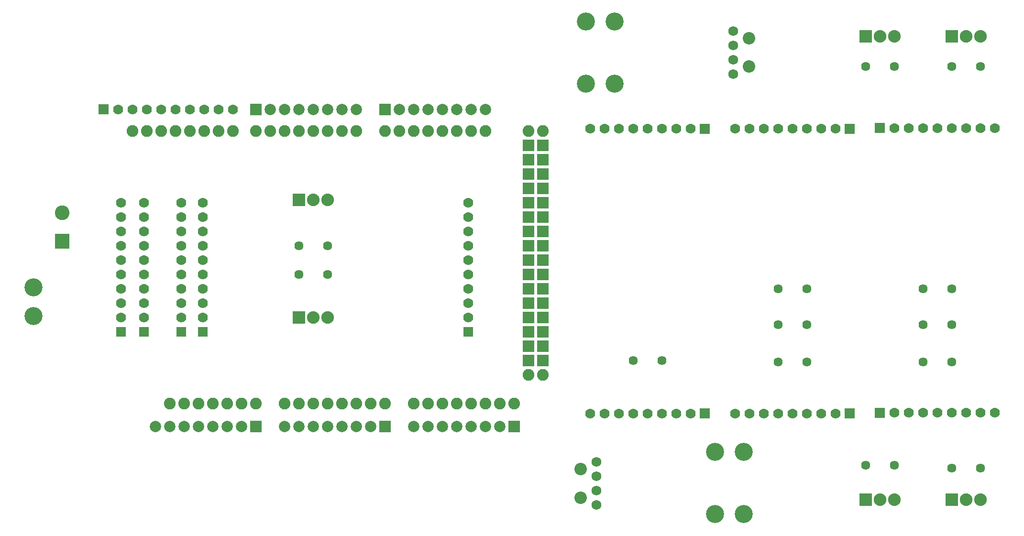
<source format=gbs>
G04 Layer: BottomSolderMaskLayer*
G04 EasyEDA v6.4.17, 2021-03-17T11:39:49--3:00*
G04 0ec266cd3479489882c0241a24e145c1,59636247558045d2802cba280e4ac9d9,10*
G04 Gerber Generator version 0.2*
G04 Scale: 100 percent, Rotated: No, Reflected: No *
G04 Dimensions in inches *
G04 leading zeros omitted , absolute positions ,3 integer and 6 decimal *
%FSLAX36Y36*%
%MOIN*%

%ADD26C,0.0700*%
%ADD33C,0.0680*%
%ADD34C,0.0867*%
%ADD35C,0.1261*%
%ADD36C,0.0820*%
%ADD38R,0.0700X0.0700*%
%ADD40C,0.0789*%
%ADD41C,0.0637*%
%ADD43C,0.0880*%
%ADD45C,0.1025*%

%LPD*%
D33*
G01*
X4003230Y-2655749D03*
G01*
X4003230Y-2555749D03*
G01*
X4003230Y-2455749D03*
G01*
X4003230Y-2355749D03*
D34*
G01*
X3892990Y-2605749D03*
G01*
X3892990Y-2408899D03*
D35*
G01*
X5030000Y-2288820D03*
G01*
X4830000Y-2288820D03*
G01*
X4830789Y-2721889D03*
G01*
X5030789Y-2721889D03*
D33*
G01*
X4956769Y645749D03*
G01*
X4956769Y545749D03*
G01*
X4956769Y445749D03*
G01*
X4956769Y345749D03*
D34*
G01*
X5067010Y595749D03*
G01*
X5067010Y398899D03*
D35*
G01*
X3930000Y278820D03*
G01*
X4130000Y278820D03*
G01*
X4129210Y711889D03*
G01*
X3929210Y711889D03*
D36*
G01*
X1630039Y-1950000D03*
G01*
X1530039Y-1950000D03*
G01*
X1430039Y-1950000D03*
G01*
X1330039Y-1950000D03*
G01*
X1230039Y-1950000D03*
G01*
X1130039Y-1950000D03*
G01*
X3630039Y-50000D03*
G01*
X3530039Y-50000D03*
G01*
X3630039Y-1750000D03*
G01*
X3530039Y-1750000D03*
G36*
X3488999Y-990999D02*
G01*
X3488999Y-909000D01*
X3571000Y-909000D01*
X3571000Y-990999D01*
G37*
G36*
X3588999Y-990999D02*
G01*
X3588999Y-909000D01*
X3671000Y-909000D01*
X3671000Y-990999D01*
G37*
G36*
X3488999Y-1090999D02*
G01*
X3488999Y-1009000D01*
X3571000Y-1009000D01*
X3571000Y-1090999D01*
G37*
G36*
X3588999Y-1090999D02*
G01*
X3588999Y-1009000D01*
X3671000Y-1009000D01*
X3671000Y-1090999D01*
G37*
G36*
X3488999Y-1190999D02*
G01*
X3488999Y-1109000D01*
X3571000Y-1109000D01*
X3571000Y-1190999D01*
G37*
G36*
X3588999Y-1190999D02*
G01*
X3588999Y-1109000D01*
X3671000Y-1109000D01*
X3671000Y-1190999D01*
G37*
G36*
X3488999Y-1290999D02*
G01*
X3488999Y-1209000D01*
X3571000Y-1209000D01*
X3571000Y-1290999D01*
G37*
G36*
X3588999Y-1290999D02*
G01*
X3588999Y-1209000D01*
X3671000Y-1209000D01*
X3671000Y-1290999D01*
G37*
G36*
X3488999Y-1390999D02*
G01*
X3488999Y-1309000D01*
X3571000Y-1309000D01*
X3571000Y-1390999D01*
G37*
G36*
X3588999Y-1390999D02*
G01*
X3588999Y-1309000D01*
X3671000Y-1309000D01*
X3671000Y-1390999D01*
G37*
G36*
X3488999Y-1490999D02*
G01*
X3488999Y-1409000D01*
X3571000Y-1409000D01*
X3571000Y-1490999D01*
G37*
G36*
X3588999Y-1490999D02*
G01*
X3588999Y-1409000D01*
X3671000Y-1409000D01*
X3671000Y-1490999D01*
G37*
G36*
X3488999Y-1590999D02*
G01*
X3488999Y-1509000D01*
X3571000Y-1509000D01*
X3571000Y-1590999D01*
G37*
G36*
X3588999Y-1590999D02*
G01*
X3588999Y-1509000D01*
X3671000Y-1509000D01*
X3671000Y-1590999D01*
G37*
G36*
X3488999Y-1690999D02*
G01*
X3488999Y-1609000D01*
X3571000Y-1609000D01*
X3571000Y-1690999D01*
G37*
G36*
X3588999Y-1690999D02*
G01*
X3588999Y-1609000D01*
X3671000Y-1609000D01*
X3671000Y-1690999D01*
G37*
G36*
X3488999Y-190999D02*
G01*
X3488999Y-109000D01*
X3571000Y-109000D01*
X3571000Y-190999D01*
G37*
G36*
X3588999Y-190999D02*
G01*
X3588999Y-109000D01*
X3671000Y-109000D01*
X3671000Y-190999D01*
G37*
G36*
X3488999Y-290999D02*
G01*
X3488999Y-209000D01*
X3571000Y-209000D01*
X3571000Y-290999D01*
G37*
G36*
X3588999Y-290999D02*
G01*
X3588999Y-209000D01*
X3671000Y-209000D01*
X3671000Y-290999D01*
G37*
G36*
X3488999Y-390999D02*
G01*
X3488999Y-309000D01*
X3571000Y-309000D01*
X3571000Y-390999D01*
G37*
G36*
X3588999Y-390999D02*
G01*
X3588999Y-309000D01*
X3671000Y-309000D01*
X3671000Y-390999D01*
G37*
G36*
X3488999Y-490999D02*
G01*
X3488999Y-409000D01*
X3571000Y-409000D01*
X3571000Y-490999D01*
G37*
G36*
X3588999Y-490999D02*
G01*
X3588999Y-409000D01*
X3671000Y-409000D01*
X3671000Y-490999D01*
G37*
G36*
X3488999Y-590999D02*
G01*
X3488999Y-509000D01*
X3571000Y-509000D01*
X3571000Y-590999D01*
G37*
G36*
X3588999Y-590999D02*
G01*
X3588999Y-509000D01*
X3671000Y-509000D01*
X3671000Y-590999D01*
G37*
G36*
X3488999Y-690999D02*
G01*
X3488999Y-609000D01*
X3571000Y-609000D01*
X3571000Y-690999D01*
G37*
G36*
X3588999Y-690999D02*
G01*
X3588999Y-609000D01*
X3671000Y-609000D01*
X3671000Y-690999D01*
G37*
G36*
X3488999Y-790999D02*
G01*
X3488999Y-709000D01*
X3571000Y-709000D01*
X3571000Y-790999D01*
G37*
G36*
X3588999Y-790999D02*
G01*
X3588999Y-709000D01*
X3671000Y-709000D01*
X3671000Y-790999D01*
G37*
G36*
X3488999Y-890999D02*
G01*
X3488999Y-809000D01*
X3571000Y-809000D01*
X3571000Y-890999D01*
G37*
G36*
X3588999Y-890999D02*
G01*
X3588999Y-809000D01*
X3671000Y-809000D01*
X3671000Y-890999D01*
G37*
G01*
X770039Y-50000D03*
G01*
X1470039Y-50000D03*
G01*
X1370039Y-50000D03*
G01*
X1270039Y-50000D03*
G01*
X1170039Y-50000D03*
G01*
X1070039Y-50000D03*
G01*
X970039Y-50000D03*
G01*
X870039Y-50000D03*
G01*
X1630039Y-50000D03*
G01*
X2330039Y-50000D03*
G01*
X2230039Y-50000D03*
G01*
X2130039Y-50000D03*
G01*
X2030039Y-50000D03*
G01*
X1930039Y-50000D03*
G01*
X1830039Y-50000D03*
G01*
X1730039Y-50000D03*
G01*
X1830039Y-1950000D03*
G01*
X2530039Y-1950000D03*
G01*
X2430039Y-1950000D03*
G01*
X2330039Y-1950000D03*
G01*
X2230039Y-1950000D03*
G01*
X2130039Y-1950000D03*
G01*
X2030039Y-1950000D03*
G01*
X1930039Y-1950000D03*
G01*
X2530039Y-50000D03*
G01*
X3230039Y-50000D03*
G01*
X3130039Y-50000D03*
G01*
X3030039Y-50000D03*
G01*
X2930039Y-50000D03*
G01*
X2830039Y-50000D03*
G01*
X2730039Y-50000D03*
G01*
X2630039Y-50000D03*
G01*
X2730039Y-1950000D03*
G01*
X3430039Y-1950000D03*
G01*
X3330039Y-1950000D03*
G01*
X3230039Y-1950000D03*
G01*
X3130039Y-1950000D03*
G01*
X3030039Y-1950000D03*
G01*
X2930039Y-1950000D03*
G01*
X2830039Y-1950000D03*
G01*
X1030039Y-1950000D03*
D26*
G01*
X1110000Y-550000D03*
G01*
X1110000Y-650000D03*
G01*
X1110000Y-750000D03*
G01*
X1110000Y-850000D03*
G01*
X1110000Y-950000D03*
G01*
X1110000Y-1050000D03*
G01*
X1110000Y-1150000D03*
G01*
X1110000Y-1250000D03*
G01*
X1110000Y-1350000D03*
D38*
G01*
X1110000Y-1450000D03*
D26*
G01*
X690000Y-550000D03*
G01*
X690000Y-650000D03*
G01*
X690000Y-750000D03*
G01*
X690000Y-850000D03*
G01*
X690000Y-950000D03*
G01*
X690000Y-1050000D03*
G01*
X690000Y-1150000D03*
G01*
X690000Y-1250000D03*
G01*
X690000Y-1350000D03*
D38*
G01*
X690000Y-1450000D03*
D35*
G01*
X80000Y-1140000D03*
G01*
X80000Y-1340000D03*
D26*
G01*
X1470000Y100000D03*
G01*
X1370000Y100000D03*
G01*
X1270000Y100000D03*
G01*
X1170000Y100000D03*
G01*
X1070000Y100000D03*
G01*
X970000Y100000D03*
G01*
X870000Y100000D03*
G01*
X770000Y100000D03*
G01*
X670000Y100000D03*
G36*
X535000Y65000D02*
G01*
X535000Y135000D01*
X605000Y135000D01*
X605000Y65000D01*
G37*
G36*
X1590600Y60599D02*
G01*
X1590600Y139400D01*
X1669399Y139400D01*
X1669399Y60599D01*
G37*
D40*
G01*
X1730000Y100000D03*
G01*
X1830000Y100000D03*
G01*
X1930000Y100000D03*
G01*
X2030000Y100000D03*
G01*
X2130000Y100000D03*
G01*
X2230000Y100000D03*
G01*
X2330000Y100000D03*
G36*
X2490600Y60599D02*
G01*
X2490600Y139400D01*
X2569399Y139400D01*
X2569399Y60599D01*
G37*
G01*
X2630000Y100000D03*
G01*
X2730000Y100000D03*
G01*
X2830000Y100000D03*
G01*
X2930000Y100000D03*
G01*
X3030000Y100000D03*
G01*
X3130000Y100000D03*
G01*
X3230000Y100000D03*
G36*
X4725000Y-70000D02*
G01*
X4725000Y0D01*
X4795000Y0D01*
X4795000Y-70000D01*
G37*
D26*
G01*
X4659960Y-35019D03*
G01*
X4559960Y-35019D03*
G01*
X4459960Y-35019D03*
G01*
X4359960Y-35019D03*
G01*
X4259960Y-35019D03*
G01*
X4159960Y-35019D03*
G01*
X4059960Y-35019D03*
G01*
X3959960Y-35019D03*
G36*
X4725000Y-2055000D02*
G01*
X4725000Y-1985000D01*
X4795000Y-1985000D01*
X4795000Y-2055000D01*
G37*
G01*
X4659960Y-2020019D03*
G01*
X4559960Y-2020019D03*
G01*
X4459960Y-2020019D03*
G01*
X4359960Y-2020019D03*
G01*
X4259960Y-2020019D03*
G01*
X4159960Y-2020019D03*
G01*
X4059960Y-2020019D03*
G01*
X3959960Y-2020019D03*
G36*
X5735000Y-70000D02*
G01*
X5735000Y0D01*
X5805000Y0D01*
X5805000Y-70000D01*
G37*
G01*
X5669960Y-35019D03*
G01*
X5569960Y-35019D03*
G01*
X5469960Y-35019D03*
G01*
X5369960Y-35019D03*
G01*
X5269960Y-35019D03*
G01*
X5169960Y-35019D03*
G01*
X5069960Y-35019D03*
G01*
X4969960Y-35019D03*
G36*
X5735000Y-2055000D02*
G01*
X5735000Y-1985000D01*
X5805000Y-1985000D01*
X5805000Y-2055000D01*
G37*
G01*
X5669960Y-2020019D03*
G01*
X5569960Y-2020019D03*
G01*
X5469960Y-2020019D03*
G01*
X5369960Y-2020019D03*
G01*
X5269960Y-2020019D03*
G01*
X5169960Y-2020019D03*
G01*
X5069960Y-2020019D03*
G01*
X4969960Y-2020019D03*
G36*
X5945000Y-2050000D02*
G01*
X5945000Y-1980000D01*
X6015000Y-1980000D01*
X6015000Y-2050000D01*
G37*
G01*
X6079970Y-2015010D03*
G01*
X6179970Y-2015010D03*
G01*
X6279970Y-2015010D03*
G01*
X6379970Y-2015010D03*
G01*
X6479970Y-2015010D03*
G01*
X6579970Y-2015010D03*
G01*
X6679970Y-2015010D03*
G01*
X6779970Y-2015010D03*
G36*
X5945000Y-65000D02*
G01*
X5945000Y5000D01*
X6015000Y5000D01*
X6015000Y-65000D01*
G37*
G01*
X6079970Y-30010D03*
G01*
X6179970Y-30010D03*
G01*
X6279970Y-30010D03*
G01*
X6379970Y-30010D03*
G01*
X6479970Y-30010D03*
G01*
X6579970Y-30010D03*
G01*
X6679970Y-30010D03*
G01*
X6779970Y-30010D03*
D41*
G01*
X1930000Y-1050000D03*
G01*
X2130000Y-1050000D03*
G01*
X1930000Y-850000D03*
G01*
X2130000Y-850000D03*
G36*
X1886000Y-1394000D02*
G01*
X1886000Y-1305999D01*
X1973999Y-1305999D01*
X1973999Y-1394000D01*
G37*
D43*
G01*
X2030000Y-1350000D03*
G01*
X2130000Y-1350000D03*
G36*
X1886000Y-574000D02*
G01*
X1886000Y-485999D01*
X1973999Y-485999D01*
X1973999Y-574000D01*
G37*
G01*
X2030000Y-530000D03*
G01*
X2130000Y-530000D03*
D26*
G01*
X3110000Y-550000D03*
G01*
X3110000Y-650000D03*
G01*
X3110000Y-750000D03*
G01*
X3110000Y-850000D03*
G01*
X3110000Y-950000D03*
G01*
X3110000Y-1050000D03*
G01*
X3110000Y-1150000D03*
G01*
X3110000Y-1250000D03*
G01*
X3110000Y-1350000D03*
D38*
G01*
X3110000Y-1450000D03*
D26*
G01*
X850000Y-550000D03*
G01*
X850000Y-650000D03*
G01*
X850000Y-750000D03*
G01*
X850000Y-850000D03*
G01*
X850000Y-950000D03*
G01*
X850000Y-1050000D03*
G01*
X850000Y-1150000D03*
G01*
X850000Y-1250000D03*
G01*
X850000Y-1350000D03*
D38*
G01*
X850000Y-1450000D03*
D26*
G01*
X1260000Y-550000D03*
G01*
X1260000Y-650000D03*
G01*
X1260000Y-750000D03*
G01*
X1260000Y-850000D03*
G01*
X1260000Y-950000D03*
G01*
X1260000Y-1050000D03*
G01*
X1260000Y-1150000D03*
G01*
X1260000Y-1250000D03*
G01*
X1260000Y-1350000D03*
D38*
G01*
X1260000Y-1450000D03*
G36*
X1590600Y-2149400D02*
G01*
X1590600Y-2070599D01*
X1669399Y-2070599D01*
X1669399Y-2149400D01*
G37*
D40*
G01*
X1530000Y-2110000D03*
G01*
X1430000Y-2110000D03*
G01*
X1330000Y-2110000D03*
G01*
X1230000Y-2110000D03*
G01*
X1130000Y-2110000D03*
G01*
X1030000Y-2110000D03*
G01*
X930000Y-2110000D03*
G36*
X2490600Y-2149400D02*
G01*
X2490600Y-2070599D01*
X2569399Y-2070599D01*
X2569399Y-2149400D01*
G37*
G01*
X2430000Y-2110000D03*
G01*
X2330000Y-2110000D03*
G01*
X2230000Y-2110000D03*
G01*
X2130000Y-2110000D03*
G01*
X2030000Y-2110000D03*
G01*
X1930000Y-2110000D03*
G01*
X1830000Y-2110000D03*
G36*
X3390600Y-2149400D02*
G01*
X3390600Y-2070599D01*
X3469399Y-2070599D01*
X3469399Y-2149400D01*
G37*
G01*
X3330000Y-2110000D03*
G01*
X3230000Y-2110000D03*
G01*
X3130000Y-2110000D03*
G01*
X3030000Y-2110000D03*
G01*
X2930000Y-2110000D03*
G01*
X2830000Y-2110000D03*
G01*
X2730000Y-2110000D03*
G36*
X5836000Y-2664000D02*
G01*
X5836000Y-2575999D01*
X5923999Y-2575999D01*
X5923999Y-2664000D01*
G37*
D43*
G01*
X5980000Y-2620000D03*
G01*
X6080000Y-2620000D03*
G36*
X6436000Y-2664000D02*
G01*
X6436000Y-2575999D01*
X6523999Y-2575999D01*
X6523999Y-2664000D01*
G37*
G01*
X6580000Y-2620000D03*
G01*
X6680000Y-2620000D03*
G36*
X5836000Y565999D02*
G01*
X5836000Y654000D01*
X5923999Y654000D01*
X5923999Y565999D01*
G37*
G01*
X5980000Y610000D03*
G01*
X6080000Y610000D03*
G36*
X6436000Y565999D02*
G01*
X6436000Y654000D01*
X6523999Y654000D01*
X6523999Y565999D01*
G37*
G01*
X6580000Y610000D03*
G01*
X6680000Y610000D03*
G36*
X228800Y-869699D02*
G01*
X228800Y-767199D01*
X331199Y-767199D01*
X331199Y-869699D01*
G37*
D45*
G01*
X280000Y-621579D03*
D41*
G01*
X6080000Y-2380000D03*
G01*
X5880000Y-2380000D03*
G01*
X6680000Y-2400000D03*
G01*
X6480000Y-2400000D03*
G01*
X6080000Y400000D03*
G01*
X5880000Y400000D03*
G01*
X6680000Y400000D03*
G01*
X6480000Y400000D03*
G01*
X5270000Y-1400000D03*
G01*
X5470000Y-1400000D03*
G01*
X5270000Y-1660000D03*
G01*
X5470000Y-1660000D03*
G01*
X6280000Y-1400000D03*
G01*
X6480000Y-1400000D03*
G01*
X6280000Y-1660000D03*
G01*
X6480000Y-1660000D03*
G01*
X5270000Y-1150000D03*
G01*
X5470000Y-1150000D03*
G01*
X4460000Y-1650000D03*
G01*
X4260000Y-1650000D03*
G01*
X6280000Y-1150000D03*
G01*
X6480000Y-1150000D03*
M02*

</source>
